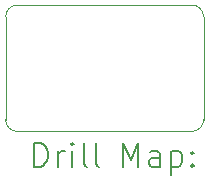
<source format=gbr>
%TF.GenerationSoftware,KiCad,Pcbnew,(7.0.0-0)*%
%TF.CreationDate,2023-11-27T20:18:29+08:00*%
%TF.ProjectId,Revolute,5265766f-6c75-4746-952e-6b696361645f,rev?*%
%TF.SameCoordinates,Original*%
%TF.FileFunction,Drillmap*%
%TF.FilePolarity,Positive*%
%FSLAX45Y45*%
G04 Gerber Fmt 4.5, Leading zero omitted, Abs format (unit mm)*
G04 Created by KiCad (PCBNEW (7.0.0-0)) date 2023-11-27 20:18:29*
%MOMM*%
%LPD*%
G01*
G04 APERTURE LIST*
%ADD10C,0.100000*%
%ADD11C,0.050000*%
%ADD12C,0.200000*%
G04 APERTURE END LIST*
D10*
X18177000Y-8235000D02*
X16700000Y-8235000D01*
D11*
X16700000Y-8235000D02*
G75*
G03*
X16600000Y-8335000I0J-100000D01*
G01*
X18277000Y-8335000D02*
G75*
G03*
X18177000Y-8235000I-100000J0D01*
G01*
D10*
X16700000Y-9305000D02*
X18177000Y-9305000D01*
X18277000Y-9040000D02*
X18277000Y-9205000D01*
D11*
X18177000Y-9305000D02*
G75*
G03*
X18277000Y-9205000I0J100000D01*
G01*
D10*
X16600000Y-9205000D02*
X16600000Y-8335000D01*
X18277000Y-9040000D02*
X18277000Y-8335000D01*
D11*
X16600000Y-9205000D02*
G75*
G03*
X16700000Y-9305000I100000J0D01*
G01*
D12*
X16842619Y-9603476D02*
X16842619Y-9403476D01*
X16842619Y-9403476D02*
X16890238Y-9403476D01*
X16890238Y-9403476D02*
X16918810Y-9413000D01*
X16918810Y-9413000D02*
X16937857Y-9432048D01*
X16937857Y-9432048D02*
X16947381Y-9451095D01*
X16947381Y-9451095D02*
X16956905Y-9489190D01*
X16956905Y-9489190D02*
X16956905Y-9517762D01*
X16956905Y-9517762D02*
X16947381Y-9555857D01*
X16947381Y-9555857D02*
X16937857Y-9574905D01*
X16937857Y-9574905D02*
X16918810Y-9593952D01*
X16918810Y-9593952D02*
X16890238Y-9603476D01*
X16890238Y-9603476D02*
X16842619Y-9603476D01*
X17042619Y-9603476D02*
X17042619Y-9470143D01*
X17042619Y-9508238D02*
X17052143Y-9489190D01*
X17052143Y-9489190D02*
X17061667Y-9479667D01*
X17061667Y-9479667D02*
X17080714Y-9470143D01*
X17080714Y-9470143D02*
X17099762Y-9470143D01*
X17166429Y-9603476D02*
X17166429Y-9470143D01*
X17166429Y-9403476D02*
X17156905Y-9413000D01*
X17156905Y-9413000D02*
X17166429Y-9422524D01*
X17166429Y-9422524D02*
X17175952Y-9413000D01*
X17175952Y-9413000D02*
X17166429Y-9403476D01*
X17166429Y-9403476D02*
X17166429Y-9422524D01*
X17290238Y-9603476D02*
X17271190Y-9593952D01*
X17271190Y-9593952D02*
X17261667Y-9574905D01*
X17261667Y-9574905D02*
X17261667Y-9403476D01*
X17395000Y-9603476D02*
X17375952Y-9593952D01*
X17375952Y-9593952D02*
X17366429Y-9574905D01*
X17366429Y-9574905D02*
X17366429Y-9403476D01*
X17591190Y-9603476D02*
X17591190Y-9403476D01*
X17591190Y-9403476D02*
X17657857Y-9546333D01*
X17657857Y-9546333D02*
X17724524Y-9403476D01*
X17724524Y-9403476D02*
X17724524Y-9603476D01*
X17905476Y-9603476D02*
X17905476Y-9498714D01*
X17905476Y-9498714D02*
X17895952Y-9479667D01*
X17895952Y-9479667D02*
X17876905Y-9470143D01*
X17876905Y-9470143D02*
X17838809Y-9470143D01*
X17838809Y-9470143D02*
X17819762Y-9479667D01*
X17905476Y-9593952D02*
X17886429Y-9603476D01*
X17886429Y-9603476D02*
X17838809Y-9603476D01*
X17838809Y-9603476D02*
X17819762Y-9593952D01*
X17819762Y-9593952D02*
X17810238Y-9574905D01*
X17810238Y-9574905D02*
X17810238Y-9555857D01*
X17810238Y-9555857D02*
X17819762Y-9536810D01*
X17819762Y-9536810D02*
X17838809Y-9527286D01*
X17838809Y-9527286D02*
X17886429Y-9527286D01*
X17886429Y-9527286D02*
X17905476Y-9517762D01*
X18000714Y-9470143D02*
X18000714Y-9670143D01*
X18000714Y-9479667D02*
X18019762Y-9470143D01*
X18019762Y-9470143D02*
X18057857Y-9470143D01*
X18057857Y-9470143D02*
X18076905Y-9479667D01*
X18076905Y-9479667D02*
X18086429Y-9489190D01*
X18086429Y-9489190D02*
X18095952Y-9508238D01*
X18095952Y-9508238D02*
X18095952Y-9565381D01*
X18095952Y-9565381D02*
X18086429Y-9584429D01*
X18086429Y-9584429D02*
X18076905Y-9593952D01*
X18076905Y-9593952D02*
X18057857Y-9603476D01*
X18057857Y-9603476D02*
X18019762Y-9603476D01*
X18019762Y-9603476D02*
X18000714Y-9593952D01*
X18181667Y-9584429D02*
X18191190Y-9593952D01*
X18191190Y-9593952D02*
X18181667Y-9603476D01*
X18181667Y-9603476D02*
X18172143Y-9593952D01*
X18172143Y-9593952D02*
X18181667Y-9584429D01*
X18181667Y-9584429D02*
X18181667Y-9603476D01*
X18181667Y-9479667D02*
X18191190Y-9489190D01*
X18191190Y-9489190D02*
X18181667Y-9498714D01*
X18181667Y-9498714D02*
X18172143Y-9489190D01*
X18172143Y-9489190D02*
X18181667Y-9479667D01*
X18181667Y-9479667D02*
X18181667Y-9498714D01*
M02*

</source>
